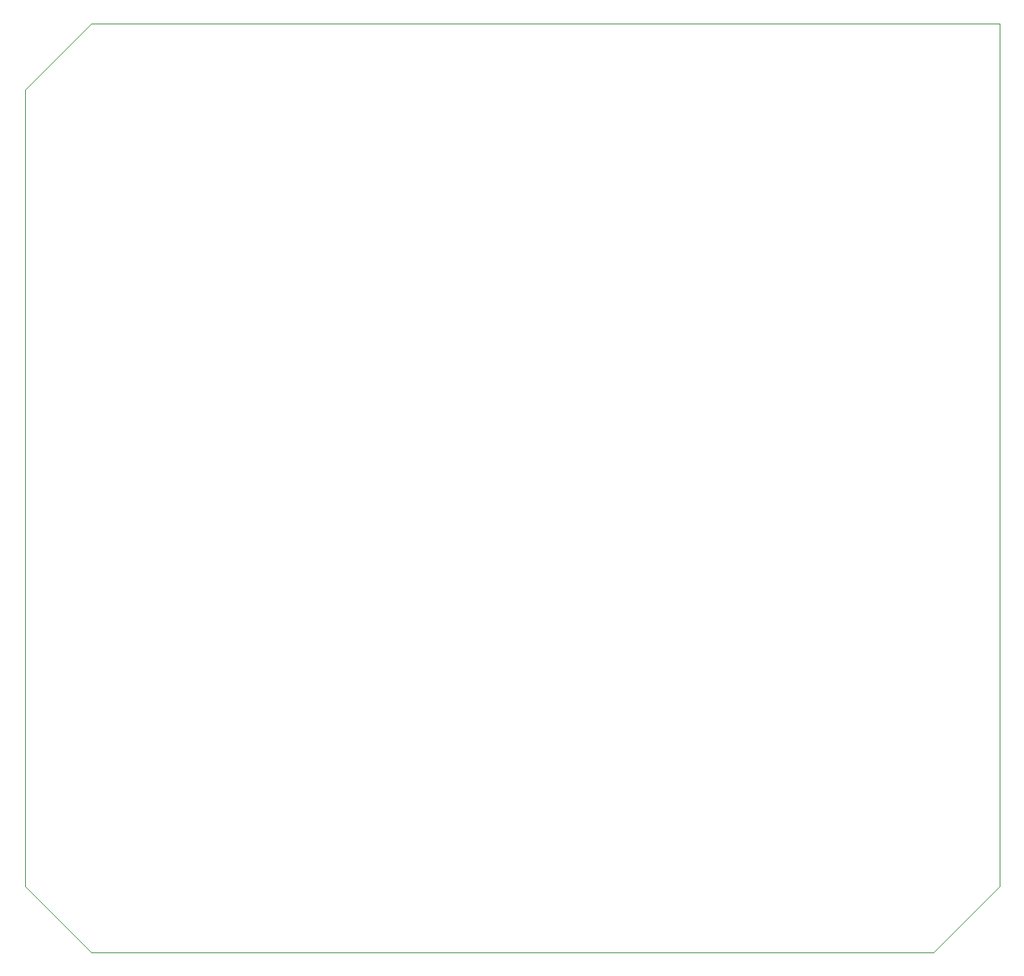
<source format=gbr>
%TF.GenerationSoftware,KiCad,Pcbnew,7.0.2-0*%
%TF.CreationDate,2023-05-02T13:55:30-04:00*%
%TF.ProjectId,SATS,53415453-2e6b-4696-9361-645f70636258,rev?*%
%TF.SameCoordinates,Original*%
%TF.FileFunction,Profile,NP*%
%FSLAX46Y46*%
G04 Gerber Fmt 4.6, Leading zero omitted, Abs format (unit mm)*
G04 Created by KiCad (PCBNEW 7.0.2-0) date 2023-05-02 13:55:30*
%MOMM*%
%LPD*%
G01*
G04 APERTURE LIST*
%TA.AperFunction,Profile*%
%ADD10C,0.100000*%
%TD*%
G04 APERTURE END LIST*
D10*
X57023000Y-148336000D02*
X49657000Y-140970000D01*
X158115000Y-140970000D02*
X150749000Y-148336000D01*
X57023000Y-44958000D02*
X134747000Y-44958000D01*
X134747000Y-44958000D02*
X158115000Y-44958000D01*
X158115000Y-140970000D02*
X158115000Y-44958000D01*
X49657000Y-140970000D02*
X49657000Y-52324000D01*
X57023000Y-44958000D02*
X49657000Y-52324000D01*
X150749000Y-148336000D02*
X57023000Y-148336000D01*
M02*

</source>
